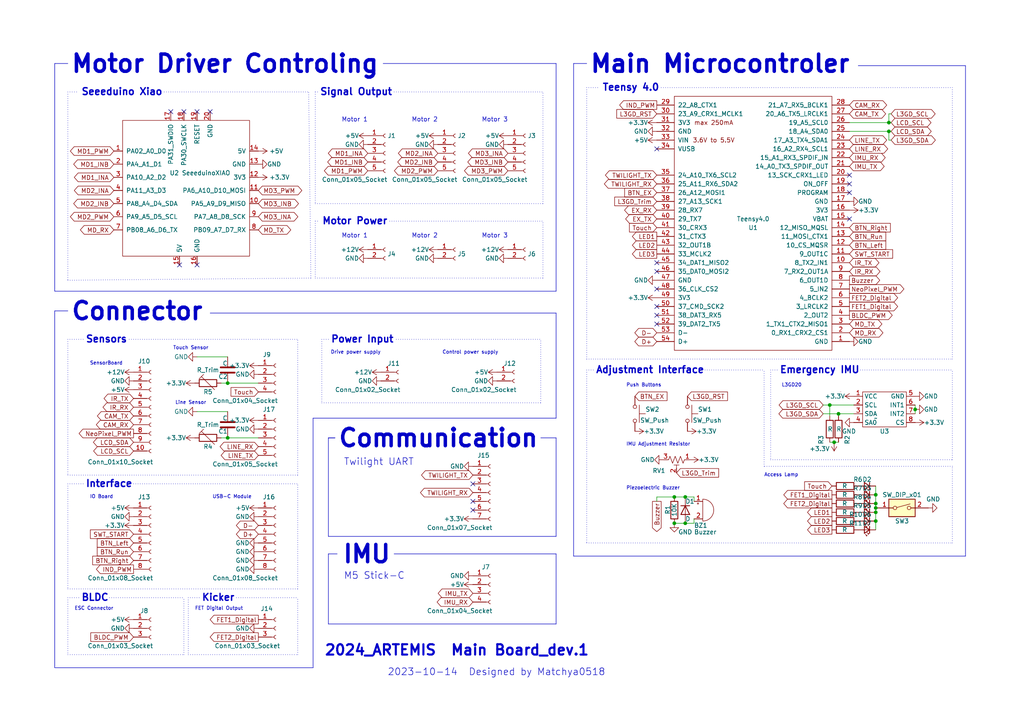
<source format=kicad_sch>
(kicad_sch (version 20230121) (generator eeschema)
  (paper "A4")
  (title_block (title "黒狼_メイン基板") (company "宗高アルテミス"))
  (junction (at 66.04 111.125))
  (junction (at 195.58 144.145))
  (junction (at 254 143.51))
  (junction (at 254 151.13))
  (junction (at 254 146.05))
  (junction (at 198.755 144.145))
  (junction (at 254 148.59))
  (junction (at 198.755 151.765))
  (junction (at 257.81 38.1))
  (junction (at 257.81 35.56))
  (junction (at 243.205 120.015))
  (junction (at 241.935 128.27))
  (junction (at 240.665 117.475))
  (junction (at 66.04 127))
  (junction (at 254 147.32))
  (junction (at 265.43 118.745))
  (junction (at 195.58 151.765))
  (no_connect (at 246.38 53.34))
  (no_connect (at 190.5 91.44))
  (no_connect (at 137.16 147.955))
  (no_connect (at 137.16 140.335))
  (no_connect (at 60.96 32.385))
  (no_connect (at 57.15 76.835))
  (no_connect (at 190.5 43.18))
  (no_connect (at 190.5 76.2))
  (no_connect (at 246.38 55.88))
  (no_connect (at 246.38 63.5))
  (no_connect (at 57.15 32.385))
  (no_connect (at 49.53 32.385))
  (no_connect (at 246.38 50.8))
  (no_connect (at 53.34 32.385))
  (no_connect (at 190.5 93.98))
  (no_connect (at 190.5 83.82))
  (no_connect (at 137.16 145.415))
  (no_connect (at 190.5 88.9))
  (no_connect (at 190.5 78.74))
  (no_connect (at 52.07 76.835))
  (polyline (pts (xy 280.035 161.29) (xy 280.035 19.05)))
  (wire (pts (xy 66.04 127) (xy 74.93 127)))
  (polyline (pts (xy 161.29 121.285) (xy 161.29 90.805)))
  (wire (pts (xy 201.295 151.765) (xy 198.755 151.765)))
  (polyline (pts (xy 156.845 127) (xy 161.29 127)))
  (wire (pts (xy 257.81 33.02) (xy 257.81 35.56)))
  (polyline (pts (xy 93.345 116.84) (xy 156.845 116.84)) (stroke (width 0) (type dot)))
  (wire (pts (xy 64.135 111.125) (xy 66.04 111.125)))
  (wire (pts (xy 258.445 38.1) (xy 257.81 38.1)))
  (wire (pts (xy 265.43 117.475) (xy 265.43 118.745)))
  (wire (pts (xy 198.755 151.765) (xy 195.58 151.765)))
  (polyline (pts (xy 91.44 26.67) (xy 92.71 26.67)) (stroke (width 0) (type dot)))
  (wire (pts (xy 64.135 127) (xy 66.04 127)))
  (polyline (pts (xy 97.155 127) (xy 95.25 127)))
  (wire (pts (xy 254 146.05) (xy 254 147.32)))
  (polyline (pts (xy 19.685 26.67) (xy 19.685 81.28)) (stroke (width 0) (type dot)))
  (polyline (pts (xy 161.29 84.455) (xy 161.29 18.415)))
  (polyline (pts (xy 170.18 157.48) (xy 276.225 157.48)) (stroke (width 0) (type dot)))
  (polyline (pts (xy 19.685 173.355) (xy 19.685 189.865)) (stroke (width 0) (type dot)))
  (wire (pts (xy 258.445 33.02) (xy 257.81 33.02)))
  (wire (pts (xy 190.5 145.415) (xy 190.5 144.145)))
  (polyline (pts (xy 276.225 104.14) (xy 276.225 25.4)) (stroke (width 0) (type dot)))
  (polyline (pts (xy 19.685 140.335) (xy 19.685 170.815)) (stroke (width 0) (type dot)))
  (polyline (pts (xy 37.465 98.425) (xy 86.36 98.425)) (stroke (width 0) (type dot)))
  (polyline (pts (xy 95.25 180.975) (xy 161.29 180.975)))
  (polyline (pts (xy 157.48 80.645) (xy 157.48 64.135)) (stroke (width 0) (type dot)))
  (wire (pts (xy 257.81 35.56) (xy 246.38 35.56)))
  (polyline (pts (xy 86.36 170.815) (xy 86.36 140.335)) (stroke (width 0) (type dot)))
  (wire (pts (xy 243.205 120.015) (xy 247.65 120.015)))
  (polyline (pts (xy 170.18 104.14) (xy 276.225 104.14)) (stroke (width 0) (type dot)))
  (polyline (pts (xy 15.875 90.17) (xy 15.875 193.675)))
  (polyline (pts (xy 173.355 25.4) (xy 170.18 25.4)) (stroke (width 0) (type dot)))
  (wire (pts (xy 254 148.59) (xy 254 151.13)))
  (wire (pts (xy 195.58 144.145) (xy 198.755 144.145)))
  (polyline (pts (xy 19.685 90.17) (xy 15.875 90.17)))
  (polyline (pts (xy 166.37 18.415) (xy 166.37 161.29)))
  (polyline (pts (xy 225.425 107.315) (xy 223.52 107.315)) (stroke (width 0) (type dot)))
  (wire (pts (xy 254 140.97) (xy 254 143.51)))
  (polyline (pts (xy 114.3 64.135) (xy 157.48 64.135)) (stroke (width 0) (type dot)))
  (polyline (pts (xy 86.36 189.865) (xy 86.36 173.355)) (stroke (width 0) (type dot)))
  (polyline (pts (xy 223.52 107.315) (xy 223.52 133.35)) (stroke (width 0) (type dot)))
  (polyline (pts (xy 93.345 98.425) (xy 93.345 116.84)) (stroke (width 0) (type dot)))
  (polyline (pts (xy 95.25 98.425) (xy 93.345 98.425)) (stroke (width 0) (type dot)))
  (wire (pts (xy 238.76 117.475) (xy 240.665 117.475)))
  (wire (pts (xy 243.205 120.65) (xy 243.205 120.015)))
  (polyline (pts (xy 114.3 26.67) (xy 157.48 26.67)) (stroke (width 0) (type dot)))
  (polyline (pts (xy 156.845 116.84) (xy 156.845 98.425)) (stroke (width 0) (type dot)))
  (polyline (pts (xy 53.34 189.865) (xy 53.34 173.355)) (stroke (width 0) (type dot)))
  (polyline (pts (xy 86.36 137.795) (xy 86.36 98.425)) (stroke (width 0) (type dot)))
  (polyline (pts (xy 54.61 173.355) (xy 54.61 189.865)) (stroke (width 0) (type dot)))
  (polyline (pts (xy 91.44 80.645) (xy 157.48 80.645)) (stroke (width 0) (type dot)))
  (wire (pts (xy 241.935 128.27) (xy 243.205 128.27)))
  (polyline (pts (xy 19.685 18.415) (xy 15.875 18.415)))
  (polyline (pts (xy 170.18 107.315) (xy 170.18 157.48)) (stroke (width 0) (type dot)))
  (polyline (pts (xy 54.61 189.865) (xy 86.36 189.865)) (stroke (width 0) (type dot)))
  (wire (pts (xy 254 147.32) (xy 254 148.59)))
  (wire (pts (xy 257.81 38.1) (xy 246.38 38.1)))
  (polyline (pts (xy 97.79 160.655) (xy 95.25 160.655)))
  (polyline (pts (xy 223.52 133.35) (xy 276.225 133.35)) (stroke (width 0) (type dot)))
  (polyline (pts (xy 276.225 135.255) (xy 221.615 135.255)) (stroke (width 0) (type dot)))
  (polyline (pts (xy 15.875 18.415) (xy 15.875 84.455)))
  (polyline (pts (xy 68.58 173.355) (xy 86.36 173.355)) (stroke (width 0) (type dot)))
  (polyline (pts (xy 91.44 26.67) (xy 91.44 59.055)) (stroke (width 0) (type dot)))
  (polyline (pts (xy 221.615 135.255) (xy 221.615 107.315)) (stroke (width 0) (type dot)))
  (wire (pts (xy 201.295 145.415) (xy 201.295 144.145)))
  (polyline (pts (xy 204.47 107.315) (xy 221.615 107.315)) (stroke (width 0) (type dot)))
  (wire (pts (xy 201.295 150.495) (xy 201.295 151.765)))
  (wire (pts (xy 57.15 119.38) (xy 66.04 119.38)))
  (polyline (pts (xy 90.805 193.675) (xy 90.805 121.285)))
  (polyline (pts (xy 22.225 26.67) (xy 19.685 26.67)) (stroke (width 0) (type dot)))
  (wire (pts (xy 258.445 40.64) (xy 257.81 40.64)))
  (polyline (pts (xy 19.685 98.425) (xy 19.685 137.795)) (stroke (width 0) (type dot)))
  (wire (pts (xy 240.665 117.475) (xy 240.665 120.65)))
  (polyline (pts (xy 114.3 160.655) (xy 161.29 160.655)))
  (wire (pts (xy 254 143.51) (xy 254 146.05)))
  (polyline (pts (xy 248.92 19.05) (xy 280.035 19.05)))
  (polyline (pts (xy 47.625 26.67) (xy 89.535 26.67)) (stroke (width 0) (type dot)))
  (polyline (pts (xy 276.225 133.35) (xy 276.225 107.315)) (stroke (width 0) (type dot)))
  (polyline (pts (xy 19.685 189.865) (xy 53.34 189.865)) (stroke (width 0) (type dot)))
  (polyline (pts (xy 24.13 140.335) (xy 19.685 140.335)) (stroke (width 0) (type dot)))
  (polyline (pts (xy 276.225 157.48) (xy 276.225 135.255)) (stroke (width 0) (type dot)))
  (wire (pts (xy 238.76 120.015) (xy 243.205 120.015)))
  (polyline (pts (xy 31.75 173.355) (xy 53.34 173.355)) (stroke (width 0) (type dot)))
  (wire (pts (xy 257.81 40.64) (xy 257.81 38.1)))
  (polyline (pts (xy 166.37 161.29) (xy 280.035 161.29)))
  (polyline (pts (xy 91.44 64.135) (xy 92.71 64.135)) (stroke (width 0) (type dot)))
  (polyline (pts (xy 170.18 25.4) (xy 170.18 104.14)) (stroke (width 0) (type dot)))
  (wire (pts (xy 240.665 117.475) (xy 247.65 117.475)))
  (polyline (pts (xy 170.18 18.415) (xy 166.37 18.415)))
  (polyline (pts (xy 57.785 173.355) (xy 54.61 173.355)) (stroke (width 0) (type dot)))
  (polyline (pts (xy 95.25 127) (xy 95.25 155.575)))
  (polyline (pts (xy 95.25 155.575) (xy 161.29 155.575)))
  (polyline (pts (xy 60.96 90.805) (xy 161.29 90.805)))
  (wire (pts (xy 190.5 144.145) (xy 195.58 144.145)))
  (wire (pts (xy 258.445 35.56) (xy 257.81 35.56)))
  (polyline (pts (xy 95.25 127) (xy 97.155 127)))
  (polyline (pts (xy 19.685 81.28) (xy 90.17 80.645)) (stroke (width 0) (type dot)))
  (polyline (pts (xy 161.29 155.575) (xy 161.29 127)))
  (polyline (pts (xy 157.48 59.055) (xy 157.48 26.67)) (stroke (width 0) (type dot)))
  (wire (pts (xy 265.43 118.745) (xy 265.43 120.015)))
  (wire (pts (xy 240.665 128.27) (xy 241.935 128.27)))
  (polyline (pts (xy 38.735 140.335) (xy 86.36 140.335)) (stroke (width 0) (type dot)))
  (wire (pts (xy 57.15 103.505) (xy 66.04 103.505)))
  (polyline (pts (xy 172.085 107.315) (xy 170.18 107.315)) (stroke (width 0) (type dot)))
  (wire (pts (xy 254 151.13) (xy 254 153.67)))
  (polyline (pts (xy 19.685 137.795) (xy 86.36 137.795)) (stroke (width 0) (type dot)))
  (polyline (pts (xy 19.685 170.815) (xy 86.36 170.815)) (stroke (width 0) (type dot)))
  (polyline (pts (xy 91.44 64.135) (xy 91.44 80.645)) (stroke (width 0) (type dot)))
  (polyline (pts (xy 91.44 59.055) (xy 157.48 59.055)) (stroke (width 0) (type dot)))
  (polyline (pts (xy 191.77 25.4) (xy 276.225 25.4)) (stroke (width 0) (type dot)))
  (polyline (pts (xy 90.17 80.645) (xy 89.535 26.67)) (stroke (width 0) (type dot)))
  (polyline (pts (xy 111.125 18.415) (xy 161.29 18.415)))
  (polyline (pts (xy 113.03 64.135) (xy 114.3 64.135)) (stroke (width 0) (type dot)))
  (wire (pts (xy 198.755 144.145) (xy 201.295 144.145)))
  (polyline (pts (xy 114.935 98.425) (xy 156.845 98.425)) (stroke (width 0) (type dot)))
  (polyline (pts (xy 15.875 84.455) (xy 161.29 84.455)))
  (polyline (pts (xy 15.875 193.675) (xy 90.805 193.675)))
  (polyline (pts (xy 161.29 180.975) (xy 161.29 160.655)))
  (polyline (pts (xy 22.86 173.355) (xy 19.685 173.355)) (stroke (width 0) (type dot)))
  (polyline (pts (xy 249.555 107.315) (xy 276.225 107.315)) (stroke (width 0) (type dot)))
  (wire (pts (xy 66.04 111.125) (xy 74.93 111.125)))
  (polyline (pts (xy 95.25 160.655) (xy 95.25 180.975)))
  (polyline (pts (xy 90.805 121.285) (xy 161.29 121.285)))
  (polyline (pts (xy 24.13 98.425) (xy 19.685 98.425)) (stroke (width 0) (type dot)))
  (text "L3GD20" (at 226.695 112.395 0) (effects (font (size 1 1)) (justify left bottom)))
  (text "Motor 2" (at 119.38 69.215 0) (effects (font (size 1.27 1.27)) (justify left bottom)))
  (text "IMU Adjustment Resistor" (at 181.61 129.54 0) (effects (font (size 1 1)) (justify left bottom)))
  (text "BLDC" (at 23.495 174.625 0) (effects (font (size 2 2) (thickness 0.4) bold) (justify left bottom)))
  (text "Emergency IMU" (at 226.06 108.585 0) (effects (font (size 2 2) (thickness 0.4) bold) (justify left bottom)))
  (text "Push Buttons" (at 181.61 112.395 0) (effects (font (size 1 1)) (justify left bottom)))
  (text "Power Input" (at 95.885 99.695 0) (effects (font (size 2 2) (thickness 0.4) bold) (justify left bottom)))
  (text "ESC Connector" (at 21.59 177.165 0) (effects (font (size 1 1)) (justify left bottom)))
  (text "Motor 1" (at 99.06 35.56 0) (effects (font (size 1.27 1.27)) (justify left bottom)))
  (text "Piezoelectric Buzzer" (at 181.61 142.24 0) (effects (font (size 1 1)) (justify left bottom)))
  (text "Drive power supply" (at 95.885 102.87 0) (effects (font (size 1 1)) (justify left bottom)))
  (text "2024_ARTEMIS  Main Board_dev.1" (at 93.98 190.5 0) (effects (font (size 3 3) (thickness 0.6) bold) (justify left bottom)))
  (text "Motor Power" (at 93.345 65.405 0) (effects (font (size 2 2) (thickness 0.4) bold) (justify left bottom)))
  (text "Motor 3" (at 139.7 69.215 0) (effects (font (size 1.27 1.27)) (justify left bottom)))
  (text "Motor Driver Controling" (at 20.32 21.59 0) (effects (font (size 5 5) (thickness 1) bold) (justify left bottom)))
  (text "Motor 2" (at 119.38 35.56 0) (effects (font (size 1.27 1.27)) (justify left bottom)))
  (text "Sensors" (at 24.765 99.695 0) (effects (font (size 2 2) (thickness 0.4) bold) (justify left bottom)))
  (text "Main Microcontroler" (at 170.815 21.59 0) (effects (font (size 5 5) (thickness 1) bold) (justify left bottom)))
  (text "Teensy 4.0" (at 174.625 26.67 0) (effects (font (size 2 2) (thickness 0.4) bold) (justify left bottom)))
  (text "M5 Stick-C" (at 99.695 168.275 0) (effects (font (size 2 2)) (justify left bottom)))
  (text "SensorBoard" (at 26.035 106.045 0) (effects (font (size 1 1)) (justify left bottom)))
  (text "FET Digital Output" (at 56.515 177.165 0) (effects (font (size 1 1)) (justify left bottom)))
  (text "Touch Sensor" (at 50.165 101.6 0) (effects (font (size 1 1)) (justify left bottom)))
  (text "Access Lamp" (at 221.615 138.43 0) (effects (font (size 1 1)) (justify left bottom)))
  (text "USB-C Module" (at 61.595 144.78 0) (effects (font (size 1 1)) (justify left bottom)))
  (text "Motor 1" (at 99.06 69.215 0) (effects (font (size 1.27 1.27)) (justify left bottom)))
  (text "Seeeduino Xiao" (at 23.495 27.94 0) (effects (font (size 2 2) (thickness 0.4) bold) (justify left bottom)))
  (text "Communication" (at 97.79 130.175 0) (effects (font (size 5 5) (thickness 1) bold) (justify left bottom)))
  (text "IMU" (at 99.06 163.83 0) (effects (font (size 5 5) (thickness 1) bold) (justify left bottom)))
  (text "Line Sensor" (at 50.8 117.475 0) (effects (font (size 1 1)) (justify left bottom)))
  (text "Control power supply" (at 128.27 102.87 0) (effects (font (size 1 1)) (justify left bottom)))
  (text "Kicker" (at 58.42 174.625 0) (effects (font (size 2 2) (thickness 0.4) bold) (justify left bottom)))
  (text "IO Board" (at 26.035 144.78 0) (effects (font (size 1 1)) (justify left bottom)))
  (text "Signal Output" (at 92.71 27.94 0) (effects (font (size 2 2) (thickness 0.4) bold) (justify left bottom)))
  (text "Designed by Matchya0518" (at 135.89 196.215 0) (effects (font (size 2 2)) (justify left bottom)))
  (text "Adjustment Interface" (at 172.72 108.585 0) (effects (font (size 2 2) (thickness 0.4) bold) (justify left bottom)))
  (text "Interface" (at 24.765 141.605 0) (effects (font (size 2 2) (thickness 0.4) bold) (justify left bottom)))
  (text "Twilight UART" (at 99.695 135.255 0) (effects (font (size 2 2)) (justify left bottom)))
  (text "Connector" (at 20.32 93.345 0) (effects (font (size 5 5) (thickness 1) bold) (justify left bottom)))
  (text "2023-10-14" (at 112.395 196.215 0) (effects (font (size 2 2)) (justify left bottom)))
  (text "Motor 3" (at 139.7 35.56 0) (effects (font (size 1.27 1.27)) (justify left bottom)))
  (global_label "TWILIGHT_TX" (shape bidirectional) (at 190.5 50.8 180) (property "Intersheetrefs" "${INTERSHEET_REFS}" (effects hide)))
  (global_label "LCD_SDA" (shape bidirectional) (at 258.445 38.1 0) (property "Intersheetrefs" "${INTERSHEET_REFS}" (effects hide)))
  (global_label "L3GD_SCL" (shape bidirectional) (at 258.445 33.02 0) (property "Intersheetrefs" "${INTERSHEET_REFS}" (effects hide)))
  (global_label "FET1_Digital" (shape output) (at 241.3 143.51 180) (property "Intersheetrefs" "${INTERSHEET_REFS}" (effects hide)))
  (global_label "Buzzer" (shape output) (at 246.38 81.28 0) (property "Intersheetrefs" "${INTERSHEET_REFS}" (effects hide)))
  (global_label "SWT_START" (shape input) (at 246.38 73.66 0) (property "Intersheetrefs" "${INTERSHEET_REFS}" (effects hide)))
  (global_label "D-" (shape bidirectional) (at 190.5 96.52 180) (property "Intersheetrefs" "${INTERSHEET_REFS}" (effects hide)))
  (global_label "MD1_INA" (shape bidirectional) (at 33.02 51.435 180) (property "Intersheetrefs" "${INTERSHEET_REFS}" (effects hide)))
  (global_label "Touch" (shape input) (at 241.3 140.97 180) (property "Intersheetrefs" "${INTERSHEET_REFS}" (effects hide)))
  (global_label "LCD_SCL" (shape bidirectional) (at 38.735 130.81 180) (property "Intersheetrefs" "${INTERSHEET_REFS}" (effects hide)))
  (global_label "IND_PWM" (shape output) (at 190.5 30.48 180) (property "Intersheetrefs" "${INTERSHEET_REFS}" (effects hide)))
  (global_label "MD3_INA" (shape bidirectional) (at 74.93 62.865 0) (property "Intersheetrefs" "${INTERSHEET_REFS}" (effects hide)))
  (global_label "MD3_PWM" (shape bidirectional) (at 147.32 49.53 180) (property "Intersheetrefs" "${INTERSHEET_REFS}" (effects hide)))
  (global_label "L3GD_SCL" (shape bidirectional) (at 238.76 117.475 180) (property "Intersheetrefs" "${INTERSHEET_REFS}" (effects hide)))
  (global_label "Touch" (shape input) (at 74.93 113.665 180) (property "Intersheetrefs" "${INTERSHEET_REFS}" (effects hide)))
  (global_label "CAM_RX" (shape bidirectional) (at 246.38 30.48 0) (property "Intersheetrefs" "${INTERSHEET_REFS}" (effects hide)))
  (global_label "L3GD_Trim" (shape input) (at 196.215 137.16 0) (property "Intersheetrefs" "${INTERSHEET_REFS}" (effects hide)))
  (global_label "CAM_TX" (shape bidirectional) (at 38.735 120.65 180) (property "Intersheetrefs" "${INTERSHEET_REFS}" (effects hide)))
  (global_label "IMU_TX" (shape bidirectional) (at 137.16 172.085 180) (property "Intersheetrefs" "${INTERSHEET_REFS}" (effects hide)))
  (global_label "MD_TX" (shape bidirectional) (at 74.93 66.675 0) (property "Intersheetrefs" "${INTERSHEET_REFS}" (effects hide)))
  (global_label "EX_RX" (shape bidirectional) (at 190.5 60.96 180) (property "Intersheetrefs" "${INTERSHEET_REFS}" (effects hide)))
  (global_label "MD3_INB" (shape bidirectional) (at 147.32 46.99 180) (property "Intersheetrefs" "${INTERSHEET_REFS}" (effects hide)))
  (global_label "LED2" (shape output) (at 241.3 151.13 180) (property "Intersheetrefs" "${INTERSHEET_REFS}" (effects hide)))
  (global_label "FET2_Digital" (shape output) (at 246.38 86.36 0) (property "Intersheetrefs" "${INTERSHEET_REFS}" (effects hide)))
  (global_label "CAM_TX" (shape bidirectional) (at 246.38 33.02 0) (property "Intersheetrefs" "${INTERSHEET_REFS}" (effects hide)))
  (global_label "L3GD_Trim" (shape input) (at 190.5 58.42 180) (property "Intersheetrefs" "${INTERSHEET_REFS}" (effects hide)))
  (global_label "MD_TX" (shape bidirectional) (at 246.38 93.98 0) (property "Intersheetrefs" "${INTERSHEET_REFS}" (effects hide)))
  (global_label "BTN_EX" (shape input) (at 190.5 55.88 180) (property "Intersheetrefs" "${INTERSHEET_REFS}" (effects hide)))
  (global_label "IMU_RX" (shape bidirectional) (at 246.38 45.72 0) (property "Intersheetrefs" "${INTERSHEET_REFS}" (effects hide)))
  (global_label "MD1_PWM" (shape bidirectional) (at 106.68 49.53 180) (property "Intersheetrefs" "${INTERSHEET_REFS}" (effects hide)))
  (global_label "BTN_Right" (shape input) (at 38.735 162.56 180) (property "Intersheetrefs" "${INTERSHEET_REFS}" (effects hide)))
  (global_label "MD2_INA" (shape bidirectional) (at 127 44.45 180) (property "Intersheetrefs" "${INTERSHEET_REFS}" (effects hide)))
  (global_label "IMU_TX" (shape bidirectional) (at 246.38 48.26 0) (property "Intersheetrefs" "${INTERSHEET_REFS}" (effects hide)))
  (global_label "L3GD_SDA" (shape bidirectional) (at 258.445 40.64 0) (property "Intersheetrefs" "${INTERSHEET_REFS}" (effects hide)))
  (global_label "L3GD_RST" (shape input) (at 199.39 114.935 0) (property "Intersheetrefs" "${INTERSHEET_REFS}" (effects hide)))
  (global_label "BTN_Left" (shape input) (at 246.38 71.12 0) (property "Intersheetrefs" "${INTERSHEET_REFS}" (effects hide)))
  (global_label "Touch" (shape input) (at 190.5 66.04 180) (property "Intersheetrefs" "${INTERSHEET_REFS}" (effects hide)))
  (global_label "L3GD_SDA" (shape bidirectional) (at 238.76 120.015 180) (property "Intersheetrefs" "${INTERSHEET_REFS}" (effects hide)))
  (global_label "MD2_PWM" (shape bidirectional) (at 33.02 62.865 180) (property "Intersheetrefs" "${INTERSHEET_REFS}" (effects hide)))
  (global_label "BTN_Run" (shape input) (at 246.38 68.58 0) (property "Intersheetrefs" "${INTERSHEET_REFS}" (effects hide)))
  (global_label "LED3" (shape output) (at 190.5 73.66 180) (property "Intersheetrefs" "${INTERSHEET_REFS}" (effects hide)))
  (global_label "SWT_START" (shape input) (at 38.735 154.94 180) (property "Intersheetrefs" "${INTERSHEET_REFS}" (effects hide)))
  (global_label "LINE_RX" (shape bidirectional) (at 74.93 129.54 180) (property "Intersheetrefs" "${INTERSHEET_REFS}" (effects hide)))
  (global_label "FET2_Digital" (shape output) (at 241.3 146.05 180) (property "Intersheetrefs" "${INTERSHEET_REFS}" (effects hide)))
  (global_label "LED1" (shape output) (at 190.5 68.58 180) (property "Intersheetrefs" "${INTERSHEET_REFS}" (effects hide)))
  (global_label "D-" (shape bidirectional) (at 74.93 152.4 180) (property "Intersheetrefs" "${INTERSHEET_REFS}" (effects hide)))
  (global_label "LINE_TX" (shape bidirectional) (at 74.93 132.08 180) (property "Intersheetrefs" "${INTERSHEET_REFS}" (effects hide)))
  (global_label "BLDC_PWM" (shape input) (at 38.735 184.785 180) (property "Intersheetrefs" "${INTERSHEET_REFS}" (effects hide)))
  (global_label "D+" (shape bidirectional) (at 190.5 99.06 180) (property "Intersheetrefs" "${INTERSHEET_REFS}" (effects hide)))
  (global_label "MD_RX" (shape bidirectional) (at 246.38 96.52 0) (property "Intersheetrefs" "${INTERSHEET_REFS}" (effects hide)))
  (global_label "MD2_INB" (shape bidirectional) (at 33.02 59.055 180) (property "Intersheetrefs" "${INTERSHEET_REFS}" (effects hide)))
  (global_label "MD3_INB" (shape bidirectional) (at 74.93 59.055 0) (property "Intersheetrefs" "${INTERSHEET_REFS}" (effects hide)))
  (global_label "TWILIGHT_RX" (shape bidirectional) (at 190.5 53.34 180) (property "Intersheetrefs" "${INTERSHEET_REFS}" (effects hide)))
  (global_label "MD2_INA" (shape bidirectional) (at 33.02 55.245 180) (property "Intersheetrefs" "${INTERSHEET_REFS}" (effects hide)))
  (global_label "MD1_INA" (shape bidirectional) (at 106.68 44.45 180) (property "Intersheetrefs" "${INTERSHEET_REFS}" (effects hide)))
  (global_label "BTN_Run" (shape input) (at 38.735 160.02 180) (property "Intersheetrefs" "${INTERSHEET_REFS}" (effects hide)))
  (global_label "FET1_Digital" (shape output) (at 74.93 179.705 180) (property "Intersheetrefs" "${INTERSHEET_REFS}" (effects hide)))
  (global_label "IMU_RX" (shape bidirectional) (at 137.16 174.625 180) (property "Intersheetrefs" "${INTERSHEET_REFS}" (effects hide)))
  (global_label "MD1_PWM" (shape bidirectional) (at 33.02 43.815 180) (property "Intersheetrefs" "${INTERSHEET_REFS}" (effects hide)))
  (global_label "BTN_Right" (shape input) (at 246.38 66.04 0) (property "Intersheetrefs" "${INTERSHEET_REFS}" (effects hide)))
  (global_label "IR_TX" (shape bidirectional) (at 246.38 76.2 0) (property "Intersheetrefs" "${INTERSHEET_REFS}" (effects hide)))
  (global_label "MD1_INB" (shape bidirectional) (at 33.02 47.625 180) (property "Intersheetrefs" "${INTERSHEET_REFS}" (effects hide)))
  (global_label "LINE_RX" (shape bidirectional) (at 246.38 43.18 0) (property "Intersheetrefs" "${INTERSHEET_REFS}" (effects hide)))
  (global_label "IR_RX" (shape bidirectional) (at 38.735 118.11 180) (property "Intersheetrefs" "${INTERSHEET_REFS}" (effects hide)))
  (global_label "MD3_PWM" (shape bidirectional) (at 74.93 55.245 0) (property "Intersheetrefs" "${INTERSHEET_REFS}" (effects hide)))
  (global_label "IND_PWM" (shape output) (at 38.735 165.1 180) (property "Intersheetrefs" "${INTERSHEET_REFS}" (effects hide)))
  (global_label "MD3_INA" (shape bidirectional) (at 147.32 44.45 180) (property "Intersheetrefs" "${INTERSHEET_REFS}" (effects hide)))
  (global_label "LED2" (shape output) (at 190.5 71.12 180) (property "Intersheetrefs" "${INTERSHEET_REFS}" (effects hide)))
  (global_label "LCD_SDA" (shape bidirectional) (at 38.735 128.27 180) (property "Intersheetrefs" "${INTERSHEET_REFS}" (effects hide)))
  (global_label "MD_RX" (shape bidirectional) (at 33.02 66.675 180) (property "Intersheetrefs" "${INTERSHEET_REFS}" (effects hide)))
  (global_label "LED3" (shape output) (at 241.3 153.67 180) (property "Intersheetrefs" "${INTERSHEET_REFS}" (effects hide)))
  (global_label "LCD_SCL" (shape bidirectional) (at 258.445 35.56 0) (property "Intersheetrefs" "${INTERSHEET_REFS}" (effects hide)))
  (global_label "TWILIGHT_TX" (shape bidirectional) (at 137.16 137.795 180) (property "Intersheetrefs" "${INTERSHEET_REFS}" (effects hide)))
  (global_label "D+" (shape bidirectional) (at 74.93 154.94 180) (property "Intersheetrefs" "${INTERSHEET_REFS}" (effects hide)))
  (global_label "NeoPixel_PWM" (shape output) (at 38.735 125.73 180) (property "Intersheetrefs" "${INTERSHEET_REFS}" (effects hide)))
  (global_label "L3GD_RST" (shape input) (at 190.5 33.02 180) (property "Intersheetrefs" "${INTERSHEET_REFS}" (effects hide)))
  (global_label "MD2_INB" (shape bidirectional) (at 127 46.99 180) (property "Intersheetrefs" "${INTERSHEET_REFS}" (effects hide)))
  (global_label "IR_RX" (shape bidirectional) (at 246.38 78.74 0) (property "Intersheetrefs" "${INTERSHEET_REFS}" (effects hide)))
  (global_label "CAM_RX" (shape bidirectional) (at 38.735 123.19 180) (property "Intersheetrefs" "${INTERSHEET_REFS}" (effects hide)))
  (global_label "NeoPixel_PWM" (shape output) (at 246.38 83.82 0) (property "Intersheetrefs" "${INTERSHEET_REFS}" (effects hide)))
  (global_label "BTN_Left" (shape input) (at 38.735 157.48 180) (property "Intersheetrefs" "${INTERSHEET_REFS}" (effects hide)))
  (global_label "BTN_EX" (shape input) (at 184.15 114.935 0) (property "Intersheetrefs" "${INTERSHEET_REFS}" (effects hide)))
  (global_label "BLDC_PWM" (shape output) (at 246.38 91.44 0) (property "Intersheetrefs" "${INTERSHEET_REFS}" (effects hide)))
  (global_label "MD2_PWM" (shape bidirectional) (at 127 49.53 180) (property "Intersheetrefs" "${INTERSHEET_REFS}" (effects hide)))
  (global_label "MD1_INB" (shape bidirectional) (at 106.68 46.99 180) (property "Intersheetrefs" "${INTERSHEET_REFS}" (effects hide)))
  (global_label "LED1" (shape output) (at 241.3 148.59 180) (property "Intersheetrefs" "${INTERSHEET_REFS}" (effects hide)))
  (global_label "TWILIGHT_RX" (shape bidirectional) (at 137.16 142.875 180) (property "Intersheetrefs" "${INTERSHEET_REFS}" (effects hide)))
  (global_label "IR_TX" (shape bidirectional) (at 38.735 115.57 180) (property "Intersheetrefs" "${INTERSHEET_REFS}" (effects hide)))
  (global_label "FET1_Digital" (shape output) (at 246.38 88.9 0) (property "Intersheetrefs" "${INTERSHEET_REFS}" (effects hide)))
  (global_label "EX_TX" (shape bidirectional) (at 190.5 63.5 180) (property "Intersheetrefs" "${INTERSHEET_REFS}" (effects hide)))
  (global_label "FET2_Digital" (shape output) (at 74.93 184.785 180) (property "Intersheetrefs" "${INTERSHEET_REFS}" (effects hide)))
  (global_label "LINE_TX" (shape bidirectional) (at 246.38 40.64 0) (property "Intersheetrefs" "${INTERSHEET_REFS}" (effects hide)))
  (global_label "Buzzer" (shape output) (at 190.5 145.415 270) (property "Intersheetrefs" "${INTERSHEET_REFS}" (effects hide)))
  (symbol (lib_id "Connector:Conn_01x02_Socket") (at 132.08 72.39 0) (unit 1)
    (property "Reference" "J5" (at 132.715 73.66 0) (effects (justify left)))
    (property "Value" "Conn_01x02_Socket" (effects hide))
    (property "Footprint" "Connector_JST:JST_XH_B2B-XH-A_1x02_P2.50mm_Vertical" (effects hide))
  )
  (symbol (lib_id "Connector:Conn_01x02_Socket") (at 111.76 72.39 0) (unit 1)
    (property "Reference" "J4" (at 112.395 73.66 0) (effects (justify left)))
    (property "Value" "Conn_01x02_Socket" (effects hide))
    (property "Footprint" "Connector_JST:JST_XH_B2B-XH-A_1x02_P2.50mm_Vertical" (effects hide))
  )
  (symbol (lib_id "Device:LED_Small") (at 251.46 153.67 180) (unit 1)
    (property "Reference" "D7" (at 251.46 151.765 0))
    (property "Value" "LED_Small" (effects hide))
    (property "Footprint" "LED_SMD:LED_0402_1005Metric" (effects hide))
  )
  (symbol (lib_id "Connector:Conn_01x08_Socket") (at 43.815 154.94 0) (unit 1)
    (property "Reference" "J13" (at 40.005 144.145 0) (effects (justify left)))
    (property "Value" "Conn_01x08_Socket" (at 25.4 167.64 0) (effects (justify left)))
    (property "Footprint" "Connector_JST:JST_XH_B8B-XH-A_1x08_P2.50mm_Vertical" (effects hide))
  )
  (symbol (lib_id "power:+5V") (at 144.145 107.95 90) (unit 1)
    (property "Reference" "#PWR037" (effects hide))
    (property "Value" "+5V" (at 141.605 107.95 90) (effects (justify left)))
  )
  (symbol (lib_id "power:GND") (at 110.49 110.49 270) (unit 1)
    (property "Reference" "#PWR035" (effects hide))
    (property "Value" "GND" (at 107.95 110.49 90) (effects (justify right)))
  )
  (symbol (lib_id "power:+5V") (at 127 39.37 90) (unit 1)
    (property "Reference" "#PWR017" (effects hide))
    (property "Value" "+5V" (at 124.46 39.37 90) (effects (justify left)))
  )
  (symbol (lib_id "power:GND") (at 106.68 41.91 270) (unit 1)
    (property "Reference" "#PWR010" (effects hide))
    (property "Value" "GND" (at 104.14 41.91 90) (effects (justify right)))
  )
  (symbol (lib_id "power:GND") (at 74.93 124.46 270) (unit 1)
    (property "Reference" "#PWR030" (effects hide))
    (property "Value" "GND" (at 72.39 124.46 90) (effects (justify right)))
  )
  (symbol (lib_id "Device:Buzzer") (at 203.835 147.955 0) (unit 1)
    (property "Reference" "BZ1" (at 201.295 152.4 0) (effects (justify left)))
    (property "Value" "Buzzer" (at 201.295 154.305 0) (effects (justify left)))
    (property "Footprint" "Buzzer_Beeper:Buzzer_12x9.5RM7.6" (effects hide))
  )
  (symbol (lib_id "power:+3.3V") (at 200.025 133.35 270) (unit 1)
    (property "Reference" "#PWR064" (effects hide))
    (property "Value" "+3.3V" (at 202.565 133.35 90) (effects (justify left)))
  )
  (symbol (lib_id "Device:R_Potentiometer_Trim_US") (at 196.215 133.35 270) (unit 1)
    (property "Reference" "RV1" (at 191.135 136.525 90))
    (property "Value" "R_Potentiometer_Trim_US" (effects hide))
    (property "Footprint" "可変抵抗:可変抵抗" (effects hide))
  )
  (symbol (lib_id "Connector:Conn_01x07_Socket") (at 142.24 142.875 0) (unit 1)
    (property "Reference" "J15" (at 138.43 132.08 0) (effects (justify left)))
    (property "Value" "Conn_01x07_Socket" (at 123.825 153.035 0) (effects (justify left)))
    (property "Footprint" "Connector_PinHeader_2.54mm:PinHeader_1x07_P2.54mm_Horizontal" (effects hide))
  )
  (symbol (lib_id "Device:R") (at 245.11 146.05 90) (unit 1)
    (property "Reference" "R8" (at 250.19 144.145 90) (effects (justify left)))
    (property "Value" "R" (at 245.745 146.05 90) (effects (justify left)))
    (property "Footprint" "Resistor_SMD:R_0402_1005Metric" (effects hide))
  )
  (symbol (lib_id "power:+3.3V") (at 74.93 121.92 90) (unit 1)
    (property "Reference" "#PWR060" (effects hide))
    (property "Value" "+3.3V" (at 72.39 121.92 90) (effects (justify left)))
  )
  (symbol (lib_id "Device:R") (at 245.11 148.59 90) (unit 1)
    (property "Reference" "R9" (at 250.19 146.685 90) (effects (justify left)))
    (property "Value" "R" (at 245.745 148.59 90) (effects (justify left)))
    (property "Footprint" "Resistor_SMD:R_0402_1005Metric" (effects hide))
  )
  (symbol (lib_id "Connector:Conn_01x03_Socket") (at 80.01 182.245 0) (unit 1)
    (property "Reference" "J14" (at 75.565 176.53 0) (effects (justify left)))
    (property "Value" "Conn_01x03_Socket" (at 62.23 187.325 0) (effects (justify left)))
    (property "Footprint" "Connector_JST:JST_XH_B3B-XH-A_1x03_P2.50mm_Vertical" (effects hide))
  )
  (symbol (lib_id "power:GND") (at 269.24 147.32 90) (unit 1)
    (property "Reference" "#PWR066" (effects hide))
    (property "Value" "GND" (at 268.605 144.78 90) (effects (justify right)))
  )
  (symbol (lib_id "power:+3.3V") (at 137.16 150.495 90) (unit 1)
    (property "Reference" "#PWR045" (effects hide))
    (property "Value" "+3.3V" (at 134.62 150.495 90) (effects (justify left)))
  )
  (symbol (lib_id "power:GND") (at 246.38 99.06 90) (unit 1)
    (property "Reference" "#PWR06" (effects hide))
    (property "Value" "GND" (at 248.92 99.06 90) (effects (justify right)))
  )
  (symbol (lib_id "Device:LED_Small") (at 251.46 140.97 180) (unit 1)
    (property "Reference" "D2" (at 251.46 139.065 0))
    (property "Value" "LED_Small" (effects hide))
    (property "Footprint" "LED_SMD:LED_0402_1005Metric" (effects hide))
  )
  (symbol (lib_id "power:GND") (at 147.32 41.91 270) (unit 1)
    (property "Reference" "#PWR015" (effects hide))
    (property "Value" "GND" (at 144.78 41.91 90) (effects (justify right)))
  )
  (symbol (lib_id "power:GND") (at 38.735 110.49 270) (unit 1)
    (property "Reference" "#PWR032" (effects hide))
    (property "Value" "GND" (at 36.195 110.49 90) (effects (justify right)))
  )
  (symbol (lib_id "power:GND") (at 57.15 103.505 270) (unit 1)
    (property "Reference" "#PWR061" (effects hide))
    (property "Value" "GND" (at 54.61 103.505 90) (effects (justify right)))
  )
  (symbol (lib_id "Connector:Conn_01x10_Socket") (at 43.815 118.11 0) (unit 1)
    (property "Reference" "J10" (at 40.005 104.775 0) (effects (justify left)))
    (property "Value" "Conn_01x10_Socket" (at 25.4 133.985 0) (effects (justify left)))
    (property "Footprint" "Connector_IDC:IDC-Header_2x05_P2.54mm_Vertical" (effects hide))
  )
  (symbol (lib_id "power:GND") (at 192.405 133.35 270) (unit 1)
    (property "Reference" "#PWR065" (effects hide))
    (property "Value" "GND" (at 189.865 133.35 90) (effects (justify right)))
  )
  (symbol (lib_id "Device:LED_Small") (at 251.46 148.59 180) (unit 1)
    (property "Reference" "D5" (at 251.46 146.685 0))
    (property "Value" "LED_Small" (effects hide))
    (property "Footprint" "LED_SMD:LED_0402_1005Metric" (effects hide))
  )
  (symbol (lib_id "Connector:Conn_01x04_Socket") (at 80.01 108.585 0) (unit 1)
    (property "Reference" "J9" (at 76.2 102.87 0) (effects (justify left)))
    (property "Value" "Conn_01x04_Socket" (at 61.595 116.205 0) (effects (justify left)))
    (property "Footprint" "Connector_JST:JST_XH_B4B-XH-A_1x04_P2.50mm_Vertical" (effects hide))
  )
  (symbol (lib_id "power:GND") (at 38.735 149.86 270) (unit 1)
    (property "Reference" "#PWR038" (effects hide))
    (property "Value" "GND" (at 36.195 149.86 90) (effects (justify right)))
  )
  (symbol (lib_id "Device:R") (at 245.11 151.13 90) (unit 1)
    (property "Reference" "R10" (at 250.19 149.225 90) (effects (justify left)))
    (property "Value" "R" (at 245.745 151.13 90) (effects (justify left)))
    (property "Footprint" "Resistor_SMD:R_0402_1005Metric" (effects hide))
  )
  (symbol (lib_id "power:GND") (at 74.93 47.625 90) (unit 1)
    (property "Reference" "#PWR014" (effects hide))
    (property "Value" "GND" (at 77.47 47.625 90) (effects (justify right)))
  )
  (symbol (lib_id "power:+3.3V") (at 38.735 152.4 90) (unit 1)
    (property "Reference" "#PWR040" (effects hide))
    (property "Value" "+3.3V" (at 36.195 152.4 90) (effects (justify left)))
  )
  (symbol (lib_id "Connector:Conn_01x05_Socket") (at 132.08 44.45 0) (unit 1)
    (property "Reference" "J2" (at 132.715 39.37 0) (effects (justify left)))
    (property "Value" "Conn_01x05_Socket" (at 113.665 52.07 0) (effects (justify left)))
    (property "Footprint" "Connector_JST:JST_XH_B5B-XH-A_1x05_P2.50mm_Vertical" (effects hide))
  )
  (symbol (lib_id "power:GND") (at 74.93 157.48 270) (unit 1)
    (property "Reference" "#PWR056" (effects hide))
    (property "Value" "GND" (at 72.39 157.48 90) (effects (justify right)))
  )
  (symbol (lib_id "power:GND") (at 74.93 165.1 270) (unit 1)
    (property "Reference" "#PWR052" (effects hide))
    (property "Value" "GND" (at 72.39 165.1 90) (effects (justify right)))
  )
  (symbol (lib_id "Connector:Conn_01x04_Socket") (at 142.24 169.545 0) (unit 1)
    (property "Reference" "J7" (at 139.7 164.465 0) (effects (justify left)))
    (property "Value" "Conn_01x04_Socket" (at 123.825 177.165 0) (effects (justify left)))
    (property "Footprint" "Connector_JST:JST_XH_S4B-XH-A_1x04_P2.50mm_Horizontal" (effects hide))
  )
  (symbol (lib_id "power:GND") (at 147.32 74.93 270) (unit 1)
    (property "Reference" "#PWR021" (effects hide))
    (property "Value" "GND" (at 144.78 74.93 90) (effects (justify right)))
  )
  (symbol (lib_id "power:+5V") (at 38.735 179.705 90) (unit 1)
    (property "Reference" "#PWR028" (effects hide))
    (property "Value" "+5V" (at 36.195 179.705 90) (effects (justify left)))
  )
  (symbol (lib_id "Device:R") (at 243.205 124.46 0) (unit 1)
    (property "Reference" "R2" (at 245.745 128.905 90) (effects (justify left)))
    (property "Value" "R" (at 242.57 124.46 0) (effects (justify left)))
    (property "Footprint" "Resistor_SMD:R_0402_1005Metric" (effects hide))
  )
  (symbol (lib_id "power:GND") (at 195.58 151.765 0) (unit 1)
    (property "Reference" "#PWR09" (effects hide))
    (property "Value" "GND" (at 198.755 154.305 0))
  )
  (symbol (lib_id "Connector:Conn_01x05_Socket") (at 111.76 44.45 0) (unit 1)
    (property "Reference" "J1" (at 112.395 39.37 0) (effects (justify left)))
    (property "Value" "Conn_01x05_Socket" (at 93.345 52.07 0) (effects (justify left)))
    (property "Footprint" "Connector_JST:JST_XH_B5B-XH-A_1x05_P2.50mm_Vertical" (effects hide))
  )
  (symbol (lib_id "power:GND") (at 265.43 118.745 90) (unit 1)
    (property "Reference" "#PWR051" (effects hide))
    (property "Value" "GND" (at 267.97 118.745 90) (effects (justify right)))
  )
  (symbol (lib_id "Connector:Conn_01x03_Socket") (at 43.815 182.245 0) (unit 1)
    (property "Reference" "J8" (at 40.64 177.165 0) (effects (justify left)))
    (property "Value" "Conn_01x03_Socket" (at 25.4 187.325 0) (effects (justify left)))
    (property "Footprint" "Connector_JST:JST_XH_B3B-XH-A_1x03_P2.50mm_Vertical" (effects hide))
  )
  (symbol (lib_id "Device:LED_Small") (at 251.46 151.13 180) (unit 1)
    (property "Reference" "D6" (at 251.46 149.225 0))
    (property "Value" "LED_Small" (effects hide))
    (property "Footprint" "LED_SMD:LED_0402_1005Metric" (effects hide))
  )
  (symbol (lib_id "power:+12V") (at 38.735 107.95 90) (unit 1)
    (property "Reference" "#PWR033" (effects hide))
    (property "Value" "+12V" (at 36.195 107.95 90) (effects (justify left)))
  )
  (symbol (lib_id "power:GND") (at 265.43 114.935 90) (unit 1)
    (property "Reference" "#PWR046" (effects hide))
    (property "Value" "GND" (at 267.97 114.935 90) (effects (justify right)))
  )
  (symbol (lib_id "power:GND") (at 190.5 38.1 270) (unit 1)
    (property "Reference" "#PWR01" (effects hide))
    (property "Value" "GND" (at 187.96 38.1 90) (effects (justify right)))
  )
  (symbol (lib_id "power:+3.3V") (at 190.5 86.36 90) (unit 1)
    (property "Reference" "#PWR08" (effects hide))
    (property "Value" "+3.3V" (at 187.96 86.36 90) (effects (justify left)))
  )
  (symbol (lib_id "power:GND") (at 246.38 58.42 90) (unit 1)
    (property "Reference" "#PWR05" (effects hide))
    (property "Value" "GND" (at 248.92 58.42 90) (effects (justify right)))
  )
  (symbol (lib_id "power:GND") (at 74.93 182.245 270) (unit 1)
    (property "Reference" "#PWR041" (effects hide))
    (property "Value" "GND" (at 72.39 182.245 90) (effects (justify right)))
  )
  (symbol (lib_id "Device:R") (at 240.665 124.46 0) (unit 1)
    (property "Reference" "R3" (at 238.125 128.905 90) (effects (justify left)))
    (property "Value" "R" (at 240.03 124.46 0) (effects (justify left)))
    (property "Footprint" "Resistor_SMD:R_0402_1005Metric" (effects hide))
  )
  (symbol (lib_id "Connector:Conn_01x08_Socket") (at 80.01 154.94 0) (unit 1)
    (property "Reference" "J16" (at 76.2 144.145 0) (effects (justify left)))
    (property "Value" "Conn_01x08_Socket" (at 61.595 167.64 0) (effects (justify left)))
  )
  (symbol (lib_id "Connector:Conn_01x02_Socket") (at 115.57 107.95 0) (unit 1)
    (property "Reference" "J11" (at 112.395 105.41 0) (effects (justify left)))
    (property "Value" "Conn_01x02_Socket" (at 97.155 113.03 0) (effects (justify left)))
    (property "Footprint" "Connector_JST:JST_VH_B2P-VH-B_1x02_P3.96mm_Vertical" (effects hide))
  )
  (symbol (lib_id "Device:R") (at 245.11 153.67 90) (unit 1)
    (property "Reference" "R11" (at 250.19 151.765 90) (effects (justify left)))
    (property "Value" "R" (at 245.745 153.67 90) (effects (justify left)))
    (property "Footprint" "Resistor_SMD:R_0402_1005Metric" (effects hide))
  )
  (symbol (lib_id "power:GND") (at 137.16 135.255 270) (unit 1)
    (property "Reference" "#PWR044" (effects hide))
    (property "Value" "GND" (at 134.62 135.255 90) (effects (justify right)))
  )
  (symbol (lib_id "power:+5V") (at 74.93 147.32 90) (unit 1)
    (property "Reference" "#PWR053" (effects hide))
    (property "Value" "+5V" (at 72.39 147.32 90) (effects (justify left)))
  )
  (symbol (lib_id "L3GD20H_Module:L3GD20H_module") (at 256.54 118.745 0) (unit 1)
    (property "Reference" "U3" (at 256.54 125.095 0))
    (property "Value" "~" (at 254 121.285 0))
    (property "Footprint" "L3GD20H_Module:L3GD20H_Module_KiCad6.0" (effects hide))
  )
  (symbol (lib_id "power:+3.3V") (at 265.43 122.555 270) (unit 1)
    (property "Reference" "#PWR049" (effects hide))
    (property "Value" "+3.3V" (at 267.97 122.555 90) (effects (justify left)))
  )
  (symbol (lib_id "power:GND") (at 74.93 162.56 270) (unit 1)
    (property "Reference" "#PWR054" (effects hide))
    (property "Value" "GND" (at 72.39 162.56 90) (effects (justify right)))
  )
  (symbol (lib_id "Device:R_Trim") (at 60.325 127 90) (unit 1)
    (property "Reference" "R4" (at 60.325 129.54 90))
    (property "Value" "R_Trim" (at 60.325 123.19 90))
    (property "Footprint" "可変抵抗:可変抵抗" (effects hide))
  )
  (symbol (lib_id "Device:LED_Small") (at 251.46 143.51 180) (unit 1)
    (property "Reference" "D3" (at 251.46 141.605 0))
    (property "Value" "LED_Small" (effects hide))
    (property "Footprint" "LED_SMD:LED_0402_1005Metric" (effects hide))
  )
  (symbol (lib_id "power:+5V") (at 106.68 39.37 90) (unit 1)
    (property "Reference" "#PWR016" (effects hide))
    (property "Value" "+5V" (at 104.14 39.37 90) (effects (justify left)))
  )
  (symbol (lib_id "power:+3.3V") (at 246.38 60.96 270) (unit 1)
    (property "Reference" "#PWR07" (effects hide))
    (property "Value" "+3.3V" (at 248.92 60.96 90) (effects (justify left)))
  )
  (symbol (lib_id "power:GND") (at 74.93 108.585 270) (unit 1)
    (property "Reference" "#PWR063" (effects hide))
    (property "Value" "GND" (at 72.39 108.585 90) (effects (justify right)))
  )
  (symbol (lib_id "power:+5V") (at 74.93 43.815 270) (unit 1)
    (property "Reference" "#PWR012" (effects hide))
    (property "Value" "+5V" (at 78.105 43.815 90) (effects (justify left)))
  )
  (symbol (lib_id "Switch:SW_Push") (at 184.15 120.015 270) (unit 1)
    (property "Reference" "SW2" (at 189.23 118.745 90))
    (property "Value" "SW_Push" (at 189.865 121.92 90))
    (property "Footprint" "Button_Switch_THT:SW_PUSH_6mm_H5mm" (effects hide))
  )
  (symbol (lib_id "power:GND") (at 144.145 110.49 270) (unit 1)
    (property "Reference" "#PWR036" (effects hide))
    (property "Value" "GND" (at 141.605 110.49 90) (effects (justify right)))
  )
  (symbol (lib_id "power:GND") (at 57.15 119.38 270) (unit 1)
    (property "Reference" "#PWR059" (effects hide))
    (property "Value" "GND" (at 54.61 119.38 90) (effects (justify right)))
  )
  (symbol (lib_id "power:+3.3V") (at 74.93 51.435 270) (unit 1)
    (property "Reference" "#PWR011" (effects hide))
    (property "Value" "+3.3V" (at 78.105 51.435 90) (effects (justify left)))
  )
  (symbol (lib_id "Device:C") (at 66.04 123.19 180) (unit 1)
    (property "Reference" "C1" (at 66.04 125.095 0) (effects (justify left)))
    (property "Value" "C" (at 66.04 121.285 0) (effects (justify left)))
    (property "Footprint" "Capacitor_THT:CP_Radial_D5.0mm_P2.50mm" (effects hide))
  )
  (symbol (lib_id "power:+3.3V") (at 247.65 114.935 90) (unit 1)
    (property "Reference" "#PWR048" (effects hide))
    (property "Value" "+3.3V" (at 245.11 114.935 90) (effects (justify left)))
  )
  (symbol (lib_id "power:+12V") (at 147.32 72.39 90) (unit 1)
    (property "Reference" "#PWR024" (effects hide))
    (property "Value" "+12V" (at 144.78 72.39 90) (effects (justify left)))
  )
  (symbol (lib_id "power:GND") (at 106.68 74.93 270) (unit 1)
    (property "Reference" "#PWR019" (effects hide))
    (property "Value" "GND" (at 104.14 74.93 90) (effects (justify right)))
  )
  (symbol (lib_id "power:+3.3V") (at 190.5 35.56 90) (unit 1)
    (property "Reference" "#PWR03" (effects hide))
    (property "Value" "+3.3V" (at 187.96 35.56 90) (effects (justify left)))
  )
  (symbol (lib_id "power:GND") (at 127 74.93 270) (unit 1)
    (property "Reference" "#PWR020" (effects hide))
    (property "Value" "GND" (at 124.46 74.93 90) (effects (justify right)))
  )
  (symbol (lib_id "Device:C") (at 66.04 107.315 180) (unit 1)
    (property "Reference" "C2" (at 66.04 109.22 0) (effects (justify left)))
    (property "Value" "C" (at 66.04 105.41 0) (effects (justify left)))
    (property "Footprint" "Capacitor_THT:CP_Radial_D5.0mm_P2.50mm" (effects hide))
  )
  (symbol (lib_id "power:GND") (at 137.16 167.005 270) (unit 1)
    (property "Reference" "#PWR026" (effects hide))
    (property "Value" "GND" (at 134.62 167.005 90) (effects (justify right)))
  )
  (symbol (lib_id "power:GND") (at 127 41.91 270) (unit 1)
    (property "Reference" "#PWR013" (effects hide))
    (property "Value" "GND" (at 124.46 41.91 90) (effects (justify right)))
  )
  (symbol (lib_id "Connector:Conn_01x02_Socket") (at 152.4 72.39 0) (unit 1)
    (property "Reference" "J6" (at 153.035 73.66 0) (effects (justify left)))
    (property "Value" "Conn_01x02_Socket" (effects hide))
    (property "Footprint" "Connector_JST:JST_XH_B2B-XH-A_1x02_P2.50mm_Vertical" (effects hide))
  )
  (symbol (lib_id "power:GND") (at 190.5 81.28 270) (unit 1)
    (property "Reference" "#PWR04" (effects hide))
    (property "Value" "GND" (at 187.96 81.28 90) (effects (justify right)))
  )
  (symbol (lib_id "power:+3.3V") (at 199.39 125.095 270) (unit 1)
    (property "Reference" "#PWR043" (effects hide))
    (property "Value" "+3.3V" (at 201.93 125.095 90) (effects (justify left)))
  )
  (symbol (lib_id "Connector:Conn_01x02_Socket") (at 149.225 107.95 0) (unit 1)
    (property "Reference" "J12" (at 146.05 105.41 0) (effects (justify left)))
    (property "Value" "Conn_01x02_Socket" (at 130.81 113.03 0) (effects (justify left)))
    (property "Footprint" "Connector_JST:JST_XH_B2B-XH-A_1x02_P2.50mm_Vertical" (effects hide))
  )
  (symbol (lib_id "power:GND") (at 74.93 160.02 270) (unit 1)
    (property "Reference" "#PWR055" (effects hide))
    (property "Value" "GND" (at 72.39 160.02 90) (effects (justify right)))
  )
  (symbol (lib_id "power:+3.3V") (at 184.15 125.095 270) (unit 1)
    (property "Reference" "#PWR042" (effects hide))
    (property "Value" "+3.3V" (at 186.69 125.095 90) (effects (justify left)))
  )
  (symbol (lib_id "Device:D") (at 198.755 147.955 270) (unit 1)
    (property "Reference" "D1" (at 198.755 145.415 90) (effects (justify left)))
    (property "Value" "D" (at 198.755 150.495 90) (effects (justify left)))
    (property "Footprint" "Diode_THT:D_A-405_P7.62mm_Horizontal" (effects hide))
    (property "Sim.Device" "D" (effects hide))
    (property "Sim.Pins" "1=K 2=A" (effects hide))
  )
  (symbol (lib_id "Device:R") (at 245.11 143.51 90) (unit 1)
    (property "Reference" "R7" (at 250.19 141.605 90) (effects (justify left)))
    (property "Value" "R" (at 245.745 143.51 90) (effects (justify left)))
    (property "Footprint" "Resistor_SMD:R_0402_1005Metric" (effects hide))
  )
  (symbol (lib_id "power:+3.3V") (at 56.515 127 90) (unit 1)
    (property "Reference" "#PWR062" (effects hide))
    (property "Value" "+3.3V" (at 53.975 127 90) (effects (justify left)))
  )
  (symbol (lib_id "power:+5V") (at 137.16 169.545 90) (unit 1)
    (property "Reference" "#PWR025" (effects hide))
    (property "Value" "+5V" (at 134.62 169.545 90) (effects (justify left)))
  )
  (symbol (lib_id "power:+12V") (at 127 72.39 90) (unit 1)
    (property "Reference" "#PWR023" (effects hide))
    (property "Value" "+12V" (at 124.46 72.39 90) (effects (justify left)))
  )
  (symbol (lib_id "power:+3.3V") (at 241.935 128.27 180) (unit 1)
    (property "Reference" "#PWR050" (effects hide))
    (property "Value" "+3.3V" (at 240.665 130.175 0) (effects (justify left)))
  )
  (symbol (lib_id "power:+3.3V") (at 74.93 106.045 90) (unit 1)
    (property "Reference" "#PWR058" (effects hide))
    (property "Value" "+3.3V" (at 72.39 106.045 90) (effects (justify left)))
  )
  (symbol (lib_id "Connector:Conn_01x05_Socket") (at 80.01 127 0) (unit 1)
    (property "Reference" "J17" (at 76.2 118.745 0) (effects (justify left)))
    (property "Value" "Conn_01x05_Socket" (at 61.595 134.62 0) (effects (justify left)))
    (property "Footprint" "Connector_JST:JST_XH_B5B-XH-A_1x05_P2.50mm_Vertical" (effects hide))
  )
  (symbol (lib_id "power:+5V") (at 147.32 39.37 90) (unit 1)
    (property "Reference" "#PWR018" (effects hide))
    (property "Value" "+5V" (at 144.78 39.37 90) (effects (justify left)))
  )
  (symbol (lib_id "Seeeduino XIAO:SeeeduinoXIAO") (at 54.61 55.245 0) (unit 1)
    (property "Reference" "U2" (at 49.1841 50.165 0) (effects (justify left)))
    (property "Value" "SeeeduinoXIAO" (at 52.705 50.165 0) (effects (justify left)))
    (property "Footprint" "Seeeduino_Xiao:seeeduinoXIAO" (effects hide))
  )
  (symbol (lib_id "Switch:SW_Push") (at 199.39 120.015 270) (unit 1)
    (property "Reference" "SW1" (at 204.47 118.745 90))
    (property "Value" "SW_Push" (at 205.105 121.92 90))
    (property "Footprint" "Button_Switch_THT:SW_PUSH_6mm_H5mm" (effects hide))
  )
  (symbol (lib_id "power:GND") (at 247.65 122.555 270) (unit 1)
    (property "Reference" "#PWR047" (effects hide))
    (property "Value" "GND" (at 248.285 125.095 90) (effects (justify right)))
  )
  (symbol (lib_id "power:+12V") (at 106.68 72.39 90) (unit 1)
    (property "Reference" "#PWR022" (effects hide))
    (property "Value" "+12V" (at 104.14 72.39 90) (effects (justify left)))
  )
  (symbol (lib_id "power:+5V") (at 190.5 40.64 90) (unit 1)
    (property "Reference" "#PWR02" (effects hide))
    (property "Value" "+5V" (at 187.96 40.64 90) (effects (justify left)))
  )
  (symbol (lib_id "Device:R") (at 195.58 147.955 0) (unit 1)
    (property "Reference" "R1" (at 193.675 149.225 90) (effects (justify left)))
    (property "Value" "10K" (at 195.58 149.86 90) (effects (justify left)))
    (property "Footprint" "Resistor_SMD:R_0402_1005Metric" (effects hide))
  )
  (symbol (lib_id "Device:LED_Small") (at 251.46 146.05 180) (unit 1)
    (property "Reference" "D4" (at 251.46 144.145 0))
    (property "Value" "LED_Small" (effects hide))
    (property "Footprint" "LED_SMD:LED_0402_1005Metric" (effects hide))
  )
  (symbol (lib_id "power:+12V") (at 110.49 107.95 90) (unit 1)
    (property "Reference" "#PWR034" (effects hide))
    (property "Value" "+12V" (at 107.95 107.95 90) (effects (justify left)))
  )
  (symbol (lib_id "teensy:Teensy4.0") (at 218.44 64.77 180) (unit 1)
    (property "Reference" "U1" (at 218.44 66.04 0))
    (property "Value" "Teensy4.0" (at 218.44 63.5 0))
    (property "Footprint" "Teensy_Breakout:Teensy_Brakeout" (effects hide))
  )
  (symbol (lib_id "Connector:Conn_01x05_Socket") (at 152.4 44.45 0) (unit 1)
    (property "Reference" "J3" (at 153.035 39.37 0) (effects (justify left)))
    (property "Value" "Conn_01x05_Socket" (at 133.985 52.07 0) (effects (justify left)))
    (property "Footprint" "Connector_JST:JST_XH_B5B-XH-A_1x05_P2.50mm_Vertical" (effects hide))
  )
  (symbol (lib_id "power:+3.3V") (at 56.515 111.125 90) (unit 1)
    (property "Reference" "#PWR029" (effects hide))
    (property "Value" "+3.3V" (at 53.975 111.125 90) (effects (justify left)))
  )
  (symbol (lib_id "Switch:SW_DIP_x01") (at 261.62 147.32 0) (unit 1)
    (property "Reference" "SW3" (at 261.62 151.13 0))
    (property "Value" "SW_DIP_x01" (at 261.62 143.51 0))
    (property "Footprint" "_Others:SW_S" (effects hide))
  )
  (symbol (lib_id "power:GND") (at 74.93 149.86 270) (unit 1)
    (property "Reference" "#PWR057" (effects hide))
    (property "Value" "GND" (at 72.39 149.86 90) (effects (justify right)))
  )
  (symbol (lib_id "power:+5V") (at 38.735 113.03 90) (unit 1)
    (property "Reference" "#PWR031" (effects hide))
    (property "Value" "+5V" (at 36.195 113.03 90) (effects (justify left)))
  )
  (symbol (lib_id "power:+5V") (at 38.735 147.32 90) (unit 1)
    (property "Reference" "#PWR039" (effects hide))
    (property "Value" "+5V" (at 36.195 147.32 90) (effects (justify left)))
  )
  (symbol (lib_id "power:GND") (at 38.735 182.245 270) (unit 1)
    (property "Reference" "#PWR027" (effects hide))
    (property "Value" "GND" (at 36.195 182.245 90) (effects (justify right)))
  )
  (symbol (lib_id "Device:R_Trim") (at 60.325 111.125 90) (unit 1)
    (property "Reference" "R5" (at 60.325 113.665 90))
    (property "Value" "R_Trim" (at 60.325 107.315 90))
    (property "Footprint" "可変抵抗:可変抵抗" (effects hide))
  )
  (symbol (lib_id "Device:R") (at 245.11 140.97 90) (unit 1)
    (property "Reference" "R6" (at 250.19 139.065 90) (effects (justify left)))
    (property "Value" "R" (at 245.745 140.97 90) (effects (justify left)))
    (property "Footprint" "Resistor_SMD:R_0402_1005Metric" (effects hide))
  )
)
</source>
